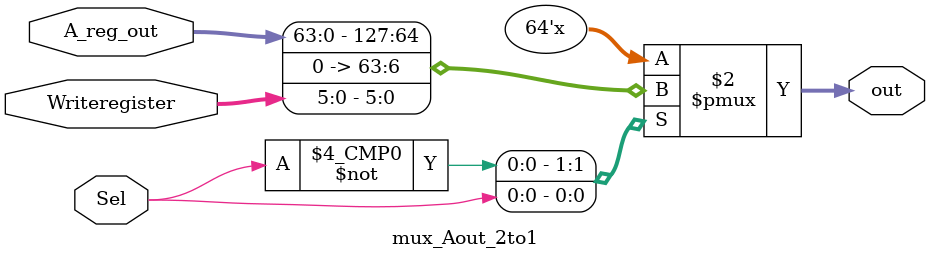
<source format=v>
module ramFile ( clock, write, reset, writeReg, data, readA, readB, sel, muxSel, cin, writeRam, ramOut, Cout, status, aluOut);
input clock;
input write; 
input reset; 
input [4:0] writeReg; 
input [63:0] data; 
input [4:0] readA, readB;
input [5:0] sel; 
input muxSel; 
input cin;
input writeRam; 

output [63:0] ramOut; 
output Cout; 
output status;
output [63:0] aluOut;  

wire [63:0] A_out, B_out, mux_2_1_out, alu_out, mux2_to_1_out; 

regfile_32x64 u1  ( clock, write, reset, writeReg, data, readA, A_out, readB, B_out); 
mux_Aout_2to1 u2  ( A_out, writeRegister, muxSel,  mux2_to_1_out);
aluFile 		  u3	( mux2_to_1_out, B_out, cin, sel, alu_out, cout, status);  
RAM256X64     u4 	( alu_out, clock, A_out, writeRam, ramOut); 

endmodule 

module RAM256X64(address, clock, in, write, out);
    parameter RAMAddress = 8'b00000000;
    input [63:0] address; //8b address
    input clock; //1b clock
    input [63:0] in; //64b input
    input write; //1b write enable
    output [63:0] out;
    reg [63:0] outReg; //64b output
    reg [63:0]mem[0:255]; //reserve memory
    wire correctAddress;
    assign correctAddress = (address[63:56] == RAMAddress) ? 1'b1 : 1'b0;
    assign out = correctAddress ? outReg : 64'bz;
    always @(negedge clock) begin
   	 if (write & correctAddress) begin
   		 mem[address[63:56]] <= in; //write to RAM when write is enabled
   	 end
    end
    always @(negedge clock) begin
   	 outReg <= mem[address[63:56]]; //access RAM
    end
endmodule

module mux_Aout_2to1 (A_reg_out, Writeregister , Sel, out);//writeresgister is 4bit, and RegAout is 64 bit

input [63:0] A_reg_out;
input [5:0]Writeregister; 
input Sel; 
output reg [63:0] out;
always @ (A_reg_out or Writeregister or Sel) 
    begin 
        case (Sel) 
         0: out = A_reg_out;
         1: out = Writeregister; 
          default: out = 1'bx;
        endcase
    end
	 
endmodule 
</source>
